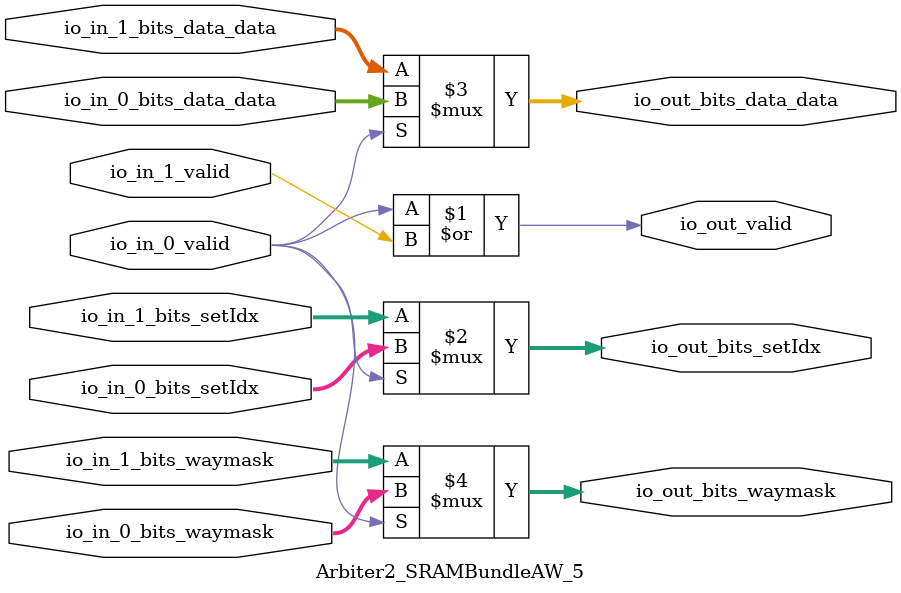
<source format=sv>
`ifndef RANDOMIZE
  `ifdef RANDOMIZE_MEM_INIT
    `define RANDOMIZE
  `endif // RANDOMIZE_MEM_INIT
`endif // not def RANDOMIZE
`ifndef RANDOMIZE
  `ifdef RANDOMIZE_REG_INIT
    `define RANDOMIZE
  `endif // RANDOMIZE_REG_INIT
`endif // not def RANDOMIZE

`ifndef RANDOM
  `define RANDOM $random
`endif // not def RANDOM

// Users can define INIT_RANDOM as general code that gets injected into the
// initializer block for modules with registers.
`ifndef INIT_RANDOM
  `define INIT_RANDOM
`endif // not def INIT_RANDOM

// If using random initialization, you can also define RANDOMIZE_DELAY to
// customize the delay used, otherwise 0.002 is used.
`ifndef RANDOMIZE_DELAY
  `define RANDOMIZE_DELAY 0.002
`endif // not def RANDOMIZE_DELAY

// Define INIT_RANDOM_PROLOG_ for use in our modules below.
`ifndef INIT_RANDOM_PROLOG_
  `ifdef RANDOMIZE
    `ifdef VERILATOR
      `define INIT_RANDOM_PROLOG_ `INIT_RANDOM
    `else  // VERILATOR
      `define INIT_RANDOM_PROLOG_ `INIT_RANDOM #`RANDOMIZE_DELAY begin end
    `endif // VERILATOR
  `else  // RANDOMIZE
    `define INIT_RANDOM_PROLOG_
  `endif // RANDOMIZE
`endif // not def INIT_RANDOM_PROLOG_

// Include register initializers in init blocks unless synthesis is set
`ifndef SYNTHESIS
  `ifndef ENABLE_INITIAL_REG_
    `define ENABLE_INITIAL_REG_
  `endif // not def ENABLE_INITIAL_REG_
`endif // not def SYNTHESIS

// Include rmemory initializers in init blocks unless synthesis is set
`ifndef SYNTHESIS
  `ifndef ENABLE_INITIAL_MEM_
    `define ENABLE_INITIAL_MEM_
  `endif // not def ENABLE_INITIAL_MEM_
`endif // not def SYNTHESIS

// Standard header to adapt well known macros for prints and assertions.

// Users can define 'ASSERT_VERBOSE_COND' to add an extra gate to assert error printing.
`ifndef ASSERT_VERBOSE_COND_
  `ifdef ASSERT_VERBOSE_COND
    `define ASSERT_VERBOSE_COND_ (`ASSERT_VERBOSE_COND)
  `else  // ASSERT_VERBOSE_COND
    `define ASSERT_VERBOSE_COND_ 1
  `endif // ASSERT_VERBOSE_COND
`endif // not def ASSERT_VERBOSE_COND_

// Users can define 'STOP_COND' to add an extra gate to stop conditions.
`ifndef STOP_COND_
  `ifdef STOP_COND
    `define STOP_COND_ (`STOP_COND)
  `else  // STOP_COND
    `define STOP_COND_ 1
  `endif // STOP_COND
`endif // not def STOP_COND_

module Arbiter2_SRAMBundleAW_5(	// src/main/scala/chisel3/util/Arbiter.scala:133:7
  input         io_in_0_valid,	// src/main/scala/chisel3/util/Arbiter.scala:140:14
  input  [11:0] io_in_0_bits_setIdx,	// src/main/scala/chisel3/util/Arbiter.scala:140:14
  input  [63:0] io_in_0_bits_data_data,	// src/main/scala/chisel3/util/Arbiter.scala:140:14
  input  [3:0]  io_in_0_bits_waymask,	// src/main/scala/chisel3/util/Arbiter.scala:140:14
  input         io_in_1_valid,	// src/main/scala/chisel3/util/Arbiter.scala:140:14
  input  [11:0] io_in_1_bits_setIdx,	// src/main/scala/chisel3/util/Arbiter.scala:140:14
  input  [63:0] io_in_1_bits_data_data,	// src/main/scala/chisel3/util/Arbiter.scala:140:14
  input  [3:0]  io_in_1_bits_waymask,	// src/main/scala/chisel3/util/Arbiter.scala:140:14
  output        io_out_valid,	// src/main/scala/chisel3/util/Arbiter.scala:140:14
  output [11:0] io_out_bits_setIdx,	// src/main/scala/chisel3/util/Arbiter.scala:140:14
  output [63:0] io_out_bits_data_data,	// src/main/scala/chisel3/util/Arbiter.scala:140:14
  output [3:0]  io_out_bits_waymask	// src/main/scala/chisel3/util/Arbiter.scala:140:14
);

  assign io_out_valid = io_in_0_valid | io_in_1_valid;	// src/main/scala/chisel3/util/Arbiter.scala:133:7, :154:31
  assign io_out_bits_setIdx = io_in_0_valid ? io_in_0_bits_setIdx : io_in_1_bits_setIdx;	// src/main/scala/chisel3/util/Arbiter.scala:133:7, :143:15, :145:26, :147:19
  assign io_out_bits_data_data =
    io_in_0_valid ? io_in_0_bits_data_data : io_in_1_bits_data_data;	// src/main/scala/chisel3/util/Arbiter.scala:133:7, :143:15, :145:26, :147:19
  assign io_out_bits_waymask =
    io_in_0_valid ? io_in_0_bits_waymask : io_in_1_bits_waymask;	// src/main/scala/chisel3/util/Arbiter.scala:133:7, :143:15, :145:26, :147:19
endmodule


</source>
